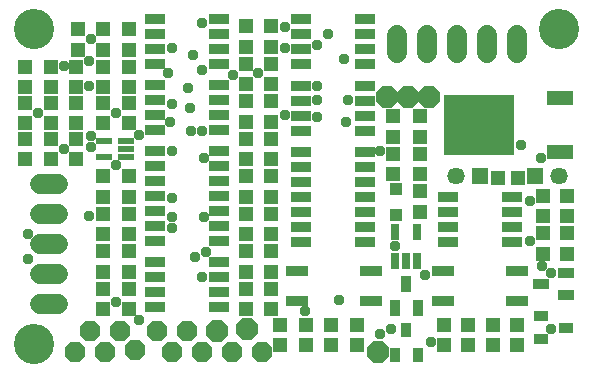
<source format=gbr>
G04 EAGLE Gerber RS-274X export*
G75*
%MOMM*%
%FSLAX34Y34*%
%LPD*%
%INSoldermask Top*%
%IPPOS*%
%AMOC8*
5,1,8,0,0,1.08239X$1,22.5*%
G01*
%ADD10C,3.403200*%
%ADD11P,1.951982X8X22.500000*%
%ADD12R,1.461200X1.461200*%
%ADD13C,1.461200*%
%ADD14R,1.203200X1.303200*%
%ADD15R,1.303200X1.203200*%
%ADD16C,1.711200*%
%ADD17R,1.003200X1.003200*%
%ADD18R,1.728200X0.853200*%
%ADD19R,0.803200X1.403200*%
%ADD20R,1.853200X0.853200*%
%ADD21R,1.731200X0.853200*%
%ADD22R,2.303200X1.203200*%
%ADD23R,6.053200X5.103200*%
%ADD24R,1.753200X0.903200*%
%ADD25R,1.403200X0.603200*%
%ADD26R,0.853200X1.303200*%
%ADD27R,0.853200X1.403200*%
%ADD28R,1.303200X0.853200*%
%ADD29R,1.403200X0.853200*%
%ADD30P,1.869504X8X22.500000*%
%ADD31P,1.869504X8X112.500000*%
%ADD32P,1.869504X8X202.500000*%
%ADD33C,0.959600*%


D10*
X25400Y25400D03*
X469900Y292100D03*
X25400Y292100D03*
D11*
X205740Y38100D03*
X316230Y19050D03*
X180340Y36830D03*
D12*
X402590Y167640D03*
D13*
X382590Y167640D03*
D14*
X328930Y169300D03*
X328930Y186300D03*
X60960Y242960D03*
X60960Y259960D03*
X351790Y186300D03*
X351790Y169300D03*
X476250Y133740D03*
X476250Y150740D03*
X17780Y229480D03*
X17780Y212480D03*
X17780Y182000D03*
X17780Y199000D03*
X351790Y154550D03*
X351790Y137550D03*
D15*
X435220Y166370D03*
X418220Y166370D03*
D12*
X449580Y167640D03*
D13*
X469580Y167640D03*
D14*
X83820Y55000D03*
X83820Y72000D03*
X204470Y167250D03*
X204470Y150250D03*
X226060Y72000D03*
X226060Y55000D03*
X226060Y135500D03*
X226060Y118500D03*
X17780Y242960D03*
X17780Y259960D03*
D16*
X30560Y59690D02*
X45640Y59690D01*
X45640Y85090D02*
X30560Y85090D01*
X30560Y110490D02*
X45640Y110490D01*
X45640Y135890D02*
X30560Y135890D01*
X30560Y161290D02*
X45640Y161290D01*
D17*
X331470Y135050D03*
X331470Y157050D03*
D18*
X127820Y245110D03*
X127820Y232410D03*
X127820Y219710D03*
X127820Y207010D03*
X182060Y207010D03*
X182060Y219710D03*
X182060Y232410D03*
X182060Y245110D03*
D19*
X330860Y95450D03*
X340360Y95450D03*
X349860Y95450D03*
X349860Y120450D03*
X330860Y120450D03*
D20*
X247900Y87630D03*
X247900Y62230D03*
X310900Y62230D03*
X310900Y87630D03*
D21*
X375480Y149860D03*
X375480Y137160D03*
X375480Y124460D03*
X375480Y111760D03*
X429700Y111760D03*
X429700Y124460D03*
X429700Y137160D03*
X429700Y149860D03*
D20*
X371090Y87630D03*
X371090Y62230D03*
X434090Y62230D03*
X434090Y87630D03*
D22*
X470220Y188020D03*
X470220Y233620D03*
D23*
X402220Y210820D03*
D18*
X127820Y95250D03*
X127820Y82550D03*
X127820Y69850D03*
X127820Y57150D03*
X182060Y57150D03*
X182060Y69850D03*
X182060Y82550D03*
X182060Y95250D03*
D24*
X182190Y113030D03*
X182190Y125730D03*
X182190Y138430D03*
X182190Y151130D03*
X182190Y163830D03*
X182190Y176530D03*
X182190Y189230D03*
X127690Y189230D03*
X127690Y176530D03*
X127690Y163830D03*
X127690Y151130D03*
X127690Y138430D03*
X127690Y125730D03*
X127690Y113030D03*
D18*
X251010Y187960D03*
X251010Y175260D03*
X251010Y162560D03*
X251010Y149860D03*
X251010Y137160D03*
X251010Y124460D03*
X251010Y111760D03*
X305250Y111760D03*
X305250Y124460D03*
X305250Y137160D03*
X305250Y149860D03*
X305250Y162560D03*
X305250Y175260D03*
X305250Y187960D03*
D25*
X103480Y184000D03*
X103480Y190500D03*
X103480Y197000D03*
X84480Y197000D03*
X84480Y184000D03*
D18*
X127820Y300990D03*
X127820Y288290D03*
X127820Y275590D03*
X127820Y262890D03*
X182060Y262890D03*
X182060Y275590D03*
X182060Y288290D03*
X182060Y300990D03*
X251010Y300990D03*
X251010Y288290D03*
X251010Y275590D03*
X251010Y262890D03*
X305250Y262890D03*
X305250Y275590D03*
X305250Y288290D03*
X305250Y300990D03*
D11*
X323850Y234950D03*
X359410Y234950D03*
X341630Y234950D03*
D26*
X330760Y16170D03*
X349960Y16170D03*
X340360Y37170D03*
D27*
X330760Y55540D03*
X349960Y55540D03*
X340360Y76540D03*
D28*
X454320Y48970D03*
X454320Y29770D03*
X475320Y39370D03*
D29*
X475320Y66600D03*
X475320Y85800D03*
X454320Y76200D03*
D15*
X39370Y212480D03*
X39370Y229480D03*
X204470Y86750D03*
X204470Y103750D03*
X204470Y72000D03*
X204470Y55000D03*
X226060Y103750D03*
X226060Y86750D03*
X83820Y212480D03*
X83820Y229480D03*
X83820Y118500D03*
X83820Y135500D03*
X105410Y118500D03*
X105410Y135500D03*
X204470Y135500D03*
X204470Y118500D03*
X62230Y274710D03*
X62230Y291710D03*
X105410Y242960D03*
X105410Y259960D03*
X39370Y242960D03*
X39370Y259960D03*
X83820Y150250D03*
X83820Y167250D03*
X83820Y259960D03*
X83820Y242960D03*
X105410Y212480D03*
X105410Y229480D03*
X83820Y291710D03*
X83820Y274710D03*
X351790Y218050D03*
X351790Y201050D03*
X328930Y201050D03*
X328930Y218050D03*
X105410Y291710D03*
X105410Y274710D03*
X233680Y41520D03*
X233680Y24520D03*
X298450Y41520D03*
X298450Y24520D03*
X39370Y182000D03*
X39370Y199000D03*
X276860Y41520D03*
X276860Y24520D03*
X255270Y24520D03*
X255270Y41520D03*
X372110Y41520D03*
X372110Y24520D03*
X434340Y24520D03*
X434340Y41520D03*
X414020Y41520D03*
X414020Y24520D03*
X392430Y41520D03*
X392430Y24520D03*
X476250Y101990D03*
X476250Y118990D03*
X455930Y118990D03*
X455930Y101990D03*
X60960Y199000D03*
X60960Y182000D03*
X105410Y150250D03*
X105410Y167250D03*
X60960Y229480D03*
X60960Y212480D03*
X105410Y86750D03*
X105410Y103750D03*
X105410Y55000D03*
X105410Y72000D03*
X83820Y103750D03*
X83820Y86750D03*
D16*
X332740Y271860D02*
X332740Y286940D01*
X358140Y286940D02*
X358140Y271860D01*
X383540Y271860D02*
X383540Y286940D01*
X408940Y286940D02*
X408940Y271860D01*
X434340Y271860D02*
X434340Y286940D01*
D30*
X59690Y19050D03*
X85090Y19050D03*
X72390Y36830D03*
X97790Y36830D03*
D18*
X251010Y243840D03*
X251010Y231140D03*
X251010Y218440D03*
X251010Y205740D03*
X305250Y205740D03*
X305250Y218440D03*
X305250Y231140D03*
X305250Y243840D03*
D15*
X204470Y230750D03*
X204470Y213750D03*
X226060Y230750D03*
X226060Y213750D03*
X204470Y262500D03*
X204470Y245500D03*
D14*
X226060Y245500D03*
X226060Y262500D03*
X226060Y150250D03*
X226060Y167250D03*
D15*
X226060Y277250D03*
X226060Y294250D03*
X204470Y277250D03*
X204470Y294250D03*
D30*
X110490Y20320D03*
D14*
X226060Y182000D03*
X226060Y199000D03*
D15*
X204470Y182000D03*
X204470Y199000D03*
X455930Y150740D03*
X455930Y133740D03*
D31*
X129540Y36830D03*
X142240Y19050D03*
X154940Y36830D03*
X167640Y19050D03*
D32*
X218440Y19050D03*
X193040Y19050D03*
D33*
X283464Y62484D03*
X361188Y27432D03*
X437388Y193548D03*
X455676Y91440D03*
X454152Y182880D03*
X167640Y297180D03*
X237744Y294132D03*
X94488Y176784D03*
X73152Y283464D03*
X71628Y243840D03*
X141732Y123444D03*
X318516Y188976D03*
X161544Y99060D03*
X167640Y257556D03*
X214884Y254508D03*
X28956Y220980D03*
X158496Y205740D03*
X288036Y266700D03*
X463296Y85344D03*
X140208Y213360D03*
X160020Y269748D03*
X19812Y97536D03*
X94488Y60960D03*
X274320Y288036D03*
X265176Y217932D03*
X265176Y231648D03*
X141732Y149352D03*
X71628Y134112D03*
X141732Y132588D03*
X114300Y45720D03*
X167640Y205740D03*
X193548Y252984D03*
X19812Y118872D03*
X94488Y220980D03*
X50292Y190500D03*
X141732Y228600D03*
X73152Y201168D03*
X141732Y188976D03*
X114300Y202692D03*
X156972Y225552D03*
X167640Y82296D03*
X170688Y103632D03*
X291084Y231648D03*
X254508Y53340D03*
X169164Y132588D03*
X169164Y182880D03*
X265176Y278892D03*
X237744Y275844D03*
X138684Y254508D03*
X327660Y38100D03*
X318516Y33528D03*
X463296Y38100D03*
X356616Y83820D03*
X330708Y108204D03*
X265176Y243840D03*
X445008Y146304D03*
X445008Y112776D03*
X289560Y213360D03*
X237744Y219456D03*
X155448Y242316D03*
X73152Y192024D03*
X50292Y260604D03*
X71628Y265176D03*
X141732Y275844D03*
M02*

</source>
